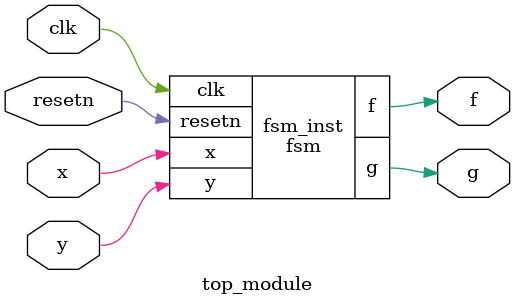
<source format=sv>
module fsm (
    input clk,
    input resetn,
    input x,
    input y,
    output reg f,
    output reg g
);

    // Define FSM states
    typedef enum logic [3:0] {
        A,
        B,
        S0,
        S1,
        S10,
        G1,
        G2,
        P0,
        P1
    } state_t;

    // Define current state and next state
    state_t current_state;
    state_t next_state;

    // Assign initial state
    initial begin
        current_state = A;
        f = 0;
        g = 0;
    end
    
    // FSM transition and output logic
    always @(posedge clk or negedge resetn) begin
        if (!resetn) begin
            current_state <= A;
            f <= 0;
            g <= 0;
        end else begin
            current_state <= next_state;
            case (current_state)
                A: begin
                    if (x)
                        next_state = B;
                    else
                        next_state = S0;
                    f = 0;
                    g = 0;
                end
                B: begin
                    next_state = S0;
                    f = 1;
                    g = 0;
                end
                S0: begin
                    if (x)
                        next_state = S1;
                    else
                        next_state = S0;
                    f = 0;
                    g = 0;
                end
                S1: begin
                    if (x)
                        next_state = S1;
                    else
                        next_state = S10;
                    f = 0;
                    g = 0;
                end
                S10: begin
                    if (x)
                        next_state = G1;
                    else
                        next_state = S0;
                    f = 0;
                    g = 0;
                end
                G1: begin
                    if (y)
                        next_state = P1;
                    else
                        next_state = G2;
                    f = 0;
                    g = 1;
                end
                G2: begin
                    if (y)
                        next_state = P1;
                    else
                        next_state = P0;
                    f = 0;
                    g = 1;
                end
                P0: begin
                    next_state = P0;
                    f = 0;
                    g = 0;
                end
                P1: begin
                    next_state = P1;
                    f = 0;
                    g = 1;
                end
                default: begin
                    next_state = A;
                    f = 0;
                    g = 0;
                end
            endcase
        end
    end

endmodule
module top_module (
    input clk,
    input resetn,
    input x,
    input y,
    output f,
    output g
);
    
    fsm fsm_inst (
        .clk(clk),
        .resetn(resetn),
        .x(x),
        .y(y),
        .f(f),
        .g(g)
    );

endmodule

</source>
